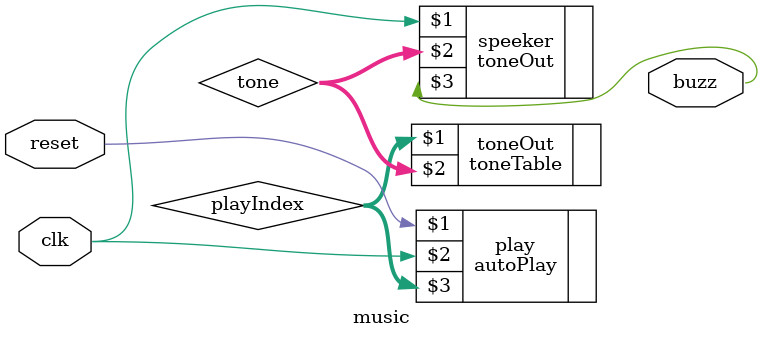
<source format=v>
module music (clk, reset, buzz);
input clk, reset;
output buzz;
 
wire [4:0] playIndex;
wire [12:0] tone;
 
	autoPlay play(reset, clk, playIndex);
	toneTable toneOut(playIndex, tone);
	toneOut speeker(clk,tone,buzz);
 
endmodule
 
</source>
